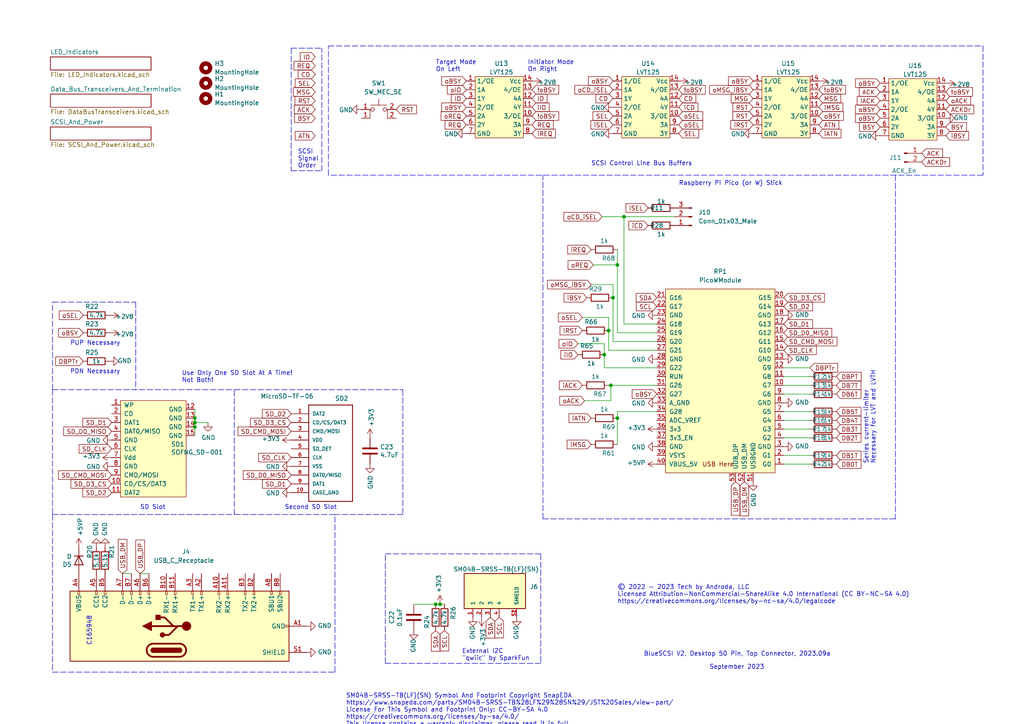
<source format=kicad_sch>
(kicad_sch (version 20211123) (generator eeschema)
  (paper "A4")
  (lib_symbols
    (symbol "Connector:Conn_01x02_Male" (pin_names (offset 1.016) hide)
      (property "Reference" "J" (at 0 2.54 0))
      (property "Value" "Conn_01x02_Male" (at 0 -5.08 0))
      (symbol "Conn_01x02_Male_1_1"
        (pin passive line (at 5.08 0 180) (length 3.81) (name "Pin_1") (number "1"))
        (pin passive line (at 5.08 -2.54 180) (length 3.81) (name "Pin_2") (number "2"))
      )
    )
    (symbol "Connector:Conn_01x03_Male" (pin_names (offset 1.016) hide)
      (property "Reference" "J" (at 0 5.08 0))
      (property "Value" "Conn_01x03_Male" (at 0 -5.08 0))
      (symbol "Conn_01x03_Male_1_1"
        (pin passive line (at 5.08 2.54 180) (length 3.81) (name "Pin_1") (number "1"))
        (pin passive line (at 5.08 0 180) (length 3.81) (name "Pin_2") (number "2"))
        (pin passive line (at 5.08 -2.54 180) (length 3.81) (name "Pin_3") (number "3"))
      )
    )
    (symbol "Connector:USB_C_Receptacle" (pin_names (offset 1.016))
      (property "Reference" "J" (at -10.16 29.21 0))
      (property "Value" "USB_C_Receptacle" (at 10.16 29.21 0))
      (symbol "USB_C_Receptacle_1_1"
        (pin passive line (at 0 -40.64 90) (length 5.08) (name "GND") (number "A1"))
        (pin bidirectional line (at 15.24 -15.24 180) (length 5.08) (name "RX2-") (number "A10"))
        (pin bidirectional line (at 15.24 -17.78 180) (length 5.08) (name "RX2+") (number "A11"))
        (pin passive line (at 0 -40.64 90) (length 5.08) hide (name "GND") (number "A12"))
        (pin bidirectional line (at 15.24 -10.16 180) (length 5.08) (name "TX1+") (number "A2"))
        (pin bidirectional line (at 15.24 -7.62 180) (length 5.08) (name "TX1-") (number "A3"))
        (pin passive line (at 15.24 25.4 180) (length 5.08) (name "VBUS") (number "A4"))
        (pin bidirectional line (at 15.24 20.32 180) (length 5.08) (name "CC1") (number "A5"))
        (pin bidirectional line (at 15.24 7.62 180) (length 5.08) (name "D+") (number "A6"))
        (pin bidirectional line (at 15.24 12.7 180) (length 5.08) (name "D-") (number "A7"))
        (pin bidirectional line (at 15.24 -30.48 180) (length 5.08) (name "SBU1") (number "A8"))
        (pin passive line (at 15.24 25.4 180) (length 5.08) hide (name "VBUS") (number "A9"))
        (pin passive line (at 0 -40.64 90) (length 5.08) hide (name "GND") (number "B1"))
        (pin bidirectional line (at 15.24 0 180) (length 5.08) (name "RX1-") (number "B10"))
        (pin bidirectional line (at 15.24 -2.54 180) (length 5.08) (name "RX1+") (number "B11"))
        (pin passive line (at 0 -40.64 90) (length 5.08) hide (name "GND") (number "B12"))
        (pin bidirectional line (at 15.24 -25.4 180) (length 5.08) (name "TX2+") (number "B2"))
        (pin bidirectional line (at 15.24 -22.86 180) (length 5.08) (name "TX2-") (number "B3"))
        (pin passive line (at 15.24 25.4 180) (length 5.08) hide (name "VBUS") (number "B4"))
        (pin bidirectional line (at 15.24 17.78 180) (length 5.08) (name "CC2") (number "B5"))
        (pin bidirectional line (at 15.24 5.08 180) (length 5.08) (name "D+") (number "B6"))
        (pin bidirectional line (at 15.24 10.16 180) (length 5.08) (name "D-") (number "B7"))
        (pin bidirectional line (at 15.24 -33.02 180) (length 5.08) (name "SBU2") (number "B8"))
        (pin passive line (at 15.24 25.4 180) (length 5.08) hide (name "VBUS") (number "B9"))
        (pin passive line (at -7.62 -40.64 90) (length 5.08) (name "SHIELD") (number "S1"))
      )
    )
    (symbol "Device:C" (pin_numbers hide) (pin_names (offset 0.254))
      (property "Reference" "C" (at 0.635 2.54 0))
      (property "Value" "C" (at 0.635 -2.54 0))
      (symbol "C_1_1"
        (pin passive line (at 0 3.81 270) (length 2.794) (name "~") (number "1"))
        (pin passive line (at 0 -3.81 90) (length 2.794) (name "~") (number "2"))
      )
    )
    (symbol "Device:D" (pin_numbers hide) (pin_names (offset 1.016) hide)
      (property "Reference" "D" (at 0 2.54 0))
      (property "Value" "D" (at 0 -2.54 0))
      (symbol "D_1_1"
        (pin passive line (at -3.81 0 0) (length 2.54) (name "K") (number "1"))
        (pin passive line (at 3.81 0 180) (length 2.54) (name "A") (number "2"))
      )
    )
    (symbol "Device:R" (pin_numbers hide) (pin_names (offset 0))
      (property "Reference" "R" (at 2.032 0 90))
      (property "Value" "R" (at 0 0 90))
      (symbol "R_1_1"
        (pin passive line (at 0 3.81 270) (length 1.27) (name "~") (number "1"))
        (pin passive line (at 0 -3.81 90) (length 1.27) (name "~") (number "2"))
      )
    )
    (symbol "Mechanical:MountingHole" (pin_names (offset 1.016))
      (property "Reference" "H" (at 0 5.08 0))
      (property "Value" "MountingHole" (at 0 3.175 0))
    )
    (symbol "New_Library:LVT125"
      (property "Reference" "U" (at 0 0 0))
      (property "Value" "LVT125" (at 0 2.54 0))
      (symbol "LVT125_1_1"
        (pin input line (at -10.16 -2.54 0) (length 2.54) (name "1/OE") (number "1"))
        (pin bidirectional line (at 8.89 -12.7 180) (length 2.54) (name "3/OE") (number "10"))
        (pin bidirectional line (at 8.89 -10.16 180) (length 2.54) (name "4Y") (number "11"))
        (pin bidirectional line (at 8.89 -7.62 180) (length 2.54) (name "4A") (number "12"))
        (pin bidirectional line (at 8.89 -5.08 180) (length 2.54) (name "4/OE") (number "13"))
        (pin bidirectional line (at 8.89 -2.54 180) (length 2.54) (name "Vcc") (number "14"))
        (pin bidirectional line (at -10.16 -5.08 0) (length 2.54) (name "1A") (number "2"))
        (pin bidirectional line (at -10.16 -7.62 0) (length 2.54) (name "1Y") (number "3"))
        (pin bidirectional line (at -10.16 -10.16 0) (length 2.54) (name "2/OE") (number "4"))
        (pin bidirectional line (at -10.16 -12.7 0) (length 2.54) (name "2A") (number "5"))
        (pin bidirectional line (at -10.16 -15.24 0) (length 2.54) (name "2Y") (number "6"))
        (pin bidirectional line (at -10.16 -17.78 0) (length 2.54) (name "GND") (number "7"))
        (pin bidirectional line (at 8.89 -17.78 180) (length 2.54) (name "3Y") (number "8"))
        (pin bidirectional line (at 8.89 -15.24 180) (length 2.54) (name "3A") (number "9"))
      )
    )
    (symbol "New_Library:MicroSD-TF-06" (pin_names (offset 1.016))
      (property "Reference" "SD1" (at 8.89 8.89 0))
      (property "Value" "MicroSD-TF-06" (at 3.81 5.08 0))
      (symbol "MicroSD-TF-06_0_0"
        (pin bidirectional line (at 0 0 0) (length 5.08) (name "DAT2") (number "1"))
        (pin bidirectional line (at 0 -22.86 0) (length 5.08) (name "CASE_GND") (number "10"))
        (pin bidirectional line (at 0 -2.54 0) (length 5.08) (name "CD/CS/DAT3") (number "2"))
        (pin bidirectional line (at 0 -5.08 0) (length 5.08) (name "CMD/MOSI") (number "3"))
        (pin bidirectional line (at 0 -7.62 0) (length 5.08) (name "VDD") (number "4"))
        (pin bidirectional line (at 0 -10.16 0) (length 5.08) (name "SD_DET") (number "5"))
        (pin bidirectional line (at 0 -12.7 0) (length 5.08) (name "CLK") (number "6"))
        (pin bidirectional line (at 0 -15.24 0) (length 5.08) (name "VSS") (number "7"))
        (pin bidirectional line (at 0 -17.78 0) (length 5.08) (name "DAT0/MISO") (number "8"))
        (pin bidirectional line (at 0 -20.32 0) (length 5.08) (name "DAT1") (number "9"))
      )
    )
    (symbol "New_Library:PicoWModule" (pin_names (offset 1.016))
      (property "Reference" "RP1" (at 0 -10.16 0))
      (property "Value" "PicoWModule" (at 0 -12.7 0))
      (symbol "PicoWModule_0_0"
        (text "USB Here" (at 1.27 -3.81 0) (effects (font (size 1.27 1.27))))
      )
      (symbol "PicoWModule_1_1"
        (pin bidirectional line (at -17.78 -3.81 0) (length 2.54) (name "G0") (number "1"))
        (pin bidirectional line (at -17.78 -26.67 0) (length 2.54) (name "G7") (number "10"))
        (pin bidirectional line (at -17.78 -29.21 0) (length 2.54) (name "G8") (number "11"))
        (pin bidirectional line (at -17.78 -31.75 0) (length 2.54) (name "G9") (number "12"))
        (pin bidirectional line (at -17.78 -34.29 0) (length 2.54) (name "GND") (number "13"))
        (pin bidirectional line (at -17.78 -36.83 0) (length 2.54) (name "G10") (number "14"))
        (pin bidirectional line (at -17.78 -39.37 0) (length 2.54) (name "G11") (number "15"))
        (pin bidirectional line (at -17.78 -41.91 0) (length 2.54) (name "G12") (number "16"))
        (pin bidirectional line (at -17.78 -44.45 0) (length 2.54) (name "G13") (number "17"))
        (pin power_in line (at -17.78 -46.99 0) (length 2.54) (name "GND") (number "18"))
        (pin power_in line (at -17.78 -49.53 0) (length 2.54) (name "G14") (number "19"))
        (pin bidirectional line (at -17.78 -6.35 0) (length 2.54) (name "G1") (number "2"))
        (pin power_in line (at -17.78 -52.07 0) (length 2.54) (name "G15") (number "20"))
        (pin power_in line (at 19.05 -52.07 180) (length 2.54) (name "G16") (number "21"))
        (pin bidirectional line (at 19.05 -49.53 180) (length 2.54) (name "G17") (number "22"))
        (pin bidirectional line (at 19.05 -46.99 180) (length 2.54) (name "GND") (number "23"))
        (pin bidirectional line (at 19.05 -44.45 180) (length 2.54) (name "G18") (number "24"))
        (pin input line (at 19.05 -41.91 180) (length 2.54) (name "G19") (number "25"))
        (pin bidirectional line (at 19.05 -39.37 180) (length 2.54) (name "G20") (number "26"))
        (pin bidirectional line (at 19.05 -36.83 180) (length 2.54) (name "G21") (number "27"))
        (pin bidirectional line (at 19.05 -34.29 180) (length 2.54) (name "GND") (number "28"))
        (pin bidirectional line (at 19.05 -31.75 180) (length 2.54) (name "G22") (number "29"))
        (pin bidirectional line (at -17.78 -8.89 0) (length 2.54) (name "GND") (number "3"))
        (pin bidirectional line (at 19.05 -29.21 180) (length 2.54) (name "RUN") (number "30"))
        (pin bidirectional line (at 19.05 -26.67 180) (length 2.54) (name "G26") (number "31"))
        (pin bidirectional line (at 19.05 -24.13 180) (length 2.54) (name "G27") (number "32"))
        (pin bidirectional line (at 19.05 -21.59 180) (length 2.54) (name "A_GND") (number "33"))
        (pin bidirectional line (at 19.05 -19.05 180) (length 2.54) (name "G28") (number "34"))
        (pin bidirectional line (at 19.05 -16.51 180) (length 2.54) (name "ADC_VREF") (number "35"))
        (pin bidirectional line (at 19.05 -13.97 180) (length 2.54) (name "3v3") (number "36"))
        (pin bidirectional line (at 19.05 -11.43 180) (length 2.54) (name "3v3_EN") (number "37"))
        (pin power_in line (at 19.05 -8.89 180) (length 2.54) (name "GND") (number "38"))
        (pin power_in line (at 19.05 -6.35 180) (length 2.54) (name "VSYS") (number "39"))
        (pin bidirectional line (at -17.78 -11.43 0) (length 2.54) (name "G2") (number "4"))
        (pin power_in line (at 19.05 -3.81 180) (length 2.54) (name "VBUS_5V") (number "40"))
        (pin bidirectional line (at -17.78 -13.97 0) (length 2.54) (name "G3") (number "5"))
        (pin input line (at -8.89 1.27 270) (length 2.54) (name "USBGND") (number "51"))
        (pin input line (at -6.35 1.27 270) (length 2.54) (name "USB_DM") (number "52"))
        (pin input line (at -3.81 1.27 270) (length 2.54) (name "UDB_DP") (number "53"))
        (pin bidirectional line (at -17.78 -16.51 0) (length 2.54) (name "G4") (number "6"))
        (pin bidirectional line (at -17.78 -19.05 0) (length 2.54) (name "G5") (number "7"))
        (pin bidirectional line (at -17.78 -21.59 0) (length 2.54) (name "GND") (number "8"))
        (pin bidirectional line (at -17.78 -24.13 0) (length 2.54) (name "G6") (number "9"))
      )
    )
    (symbol "New_Library:SM04B-SRSS-TB(LF)(SN)" (pin_names (offset 1.016))
      (property "Reference" "J" (at -5.0831 8.1433 0))
      (property "Value" "SM04B-SRSS-TB(LF)(SN)" (at 7.62 -15.24 90))
      (symbol "SM04B-SRSS-TB(LF)(SN)_0_0"
        (pin passive line (at -7.62 5.08 0) (length 2.54) (name "1") (number "1"))
        (pin passive line (at -7.62 2.54 0) (length 2.54) (name "2") (number "2"))
        (pin passive line (at -7.62 0 0) (length 2.54) (name "3") (number "3"))
        (pin passive line (at -7.62 -2.54 0) (length 2.54) (name "4") (number "4"))
        (pin passive line (at -7.62 -7.62 0) (length 2.54) (name "SHIELD") (number "S1"))
        (pin passive line (at -7.62 -7.62 0) (length 2.54) (name "SHIELD") (number "S2"))
      )
    )
    (symbol "Switch:SW_MEC_5E" (pin_names (offset 1.016) hide)
      (property "Reference" "SW1" (at 0 10.16 0))
      (property "Value" "SW_MEC_5E" (at 0 7.62 0))
      (symbol "SW_MEC_5E_0_1"
        (pin passive line (at -5.08 2.54 0) (length 2.54) (name "1") (number "1"))
        (pin passive line (at -5.08 0 0) (length 2.54) (name "2") (number "1"))
        (pin passive line (at 5.08 2.54 180) (length 2.54) (name "A") (number "2"))
        (pin passive line (at 5.08 0 180) (length 2.54) (name "K") (number "2"))
      )
    )
    (symbol "custom_symbols:SOFNG_SD-001" (pin_names (offset 1.016))
      (property "Reference" "SD" (at 0 0 0))
      (property "Value" "custom_symbols_SOFNG_SD-001" (at 0 2.54 0))
      (symbol "SOFNG_SD-001_1_1"
        (pin input line (at -6.35 -3.81 0) (length 2.54) (name "WP") (number "1"))
        (pin input line (at -6.35 -26.67 0) (length 2.54) (name "CD/CS/DAT3") (number "10"))
        (pin input line (at -6.35 -29.21 0) (length 2.54) (name "DAT2") (number "11"))
        (pin power_in line (at 17.78 -5.08 180) (length 2.54) (name "GND") (number "12"))
        (pin power_in line (at 17.78 -7.62 180) (length 2.54) (name "GND") (number "13"))
        (pin power_in line (at 17.78 -10.16 180) (length 2.54) (name "GND") (number "14"))
        (pin power_in line (at 17.78 -12.7 180) (length 2.54) (name "GND") (number "15"))
        (pin input line (at -6.35 -6.35 0) (length 2.54) (name "CD") (number "2"))
        (pin input line (at -6.35 -8.89 0) (length 2.54) (name "DAT1") (number "3"))
        (pin input line (at -6.35 -11.43 0) (length 2.54) (name "DAT0/MISO") (number "4"))
        (pin power_in line (at -6.35 -13.97 0) (length 2.54) (name "GND") (number "5"))
        (pin input line (at -6.35 -16.51 0) (length 2.54) (name "CLK") (number "6"))
        (pin power_in line (at -6.35 -19.05 0) (length 2.54) (name "Vdd") (number "7"))
        (pin power_in line (at -6.35 -21.59 0) (length 2.54) (name "GND") (number "8"))
        (pin input line (at -6.35 -24.13 0) (length 2.54) (name "CMD/MOSI") (number "9"))
      )
    )
    (symbol "power:+2V8" (power) (pin_names (offset 0))
      (property "Value" "+2V8" (at 0 3.556 0))
      (symbol "+2V8_1_1"
        (pin power_in line (at 0 0 90) (length 0) hide (name "+2V8") (number "1"))
      )
    )
    (symbol "power:+3V3" (power) (pin_names (offset 0))
      (property "Value" "+3V3" (at 0 3.556 0))
      (symbol "+3V3_1_1"
        (pin power_in line (at 0 0 90) (length 0) hide (name "+3V3") (number "1"))
      )
    )
    (symbol "power:+5VP" (power) (pin_names (offset 0))
      (property "Value" "+5VP" (at 0 3.556 0))
      (symbol "+5VP_1_1"
        (pin power_in line (at 0 0 90) (length 0) hide (name "+5VP") (number "1"))
      )
    )
    (symbol "power:GND" (power) (pin_names (offset 0))
      (property "Value" "GND" (at 0 -3.81 0))
      (symbol "GND_1_1"
        (pin power_in line (at 0 0 270) (length 0) hide (name "GND") (number "1"))
      )
    )
  )
  (junction (at 179.07 121.285))
  (junction (at 177.165 111.76))
  (junction (at 56.515 123.825))
  (junction (at 56.515 122.555))
  (junction (at 126.365 175.26))
  (junction (at 180.975 62.865))
  (junction (at 176.53 95.885))
  (junction (at 177.8 86.36))
  (junction (at 179.07 76.835))
  (junction (at 127.635 175.26))
  (junction (at 56.515 121.285))
  (junction (at 175.26 102.87))
  (polyline (pts (xy 84.455 49.53) (xy 93.345 49.53)))
  (wire (pts (xy 175.26 99.695) (xy 175.26 102.87)))
  (wire (pts (xy 175.26 106.68) (xy 190.5 106.68)))
  (wire (pts (xy 169.545 116.205) (xy 177.165 116.205)))
  (polyline (pts (xy 259.715 150.495) (xy 157.48 150.495)))
  (wire (pts (xy 176.53 101.6) (xy 176.53 95.885)))
  (wire (pts (xy 190.5 96.52) (xy 179.07 96.52)))
  (polyline (pts (xy 156.845 192.405) (xy 111.76 192.405)))
  (polyline (pts (xy 116.84 149.225) (xy 97.155 149.225)))
  (polyline (pts (xy 111.76 160.655) (xy 156.845 160.655)))
  (wire (pts (xy 56.515 123.825) (xy 56.515 126.365)))
  (wire (pts (xy 227.33 121.92) (xy 234.95 121.92)))
  (wire (pts (xy 179.07 76.835) (xy 179.07 96.52)))
  (wire (pts (xy 168.91 92.075) (xy 176.53 92.075)))
  (wire (pts (xy 227.33 132.08) (xy 234.95 132.08)))
  (wire (pts (xy 190.5 93.98) (xy 180.975 93.98)))
  (wire (pts (xy 227.33 114.3) (xy 234.95 114.3)))
  (wire (pts (xy 177.165 111.76) (xy 190.5 111.76)))
  (wire (pts (xy 180.975 62.865) (xy 180.975 93.98)))
  (wire (pts (xy 40.64 166.37) (xy 43.18 166.37)))
  (wire (pts (xy 172.085 76.835) (xy 179.07 76.835)))
  (wire (pts (xy 190.5 99.06) (xy 177.8 99.06)))
  (wire (pts (xy 175.26 106.68) (xy 175.26 102.87)))
  (wire (pts (xy 227.33 124.46) (xy 234.95 124.46)))
  (wire (pts (xy 190.5 101.6) (xy 176.53 101.6)))
  (wire (pts (xy 176.53 111.76) (xy 177.165 111.76)))
  (polyline (pts (xy 67.945 113.03) (xy 116.84 113.03)))
  (polyline (pts (xy 97.155 149.225) (xy 67.945 149.225)))
  (wire (pts (xy 174.625 62.865) (xy 180.975 62.865)))
  (polyline (pts (xy 15.24 113.03) (xy 15.24 149.225)))
  (polyline (pts (xy 15.24 113.03) (xy 15.24 87.63)))
  (wire (pts (xy 127.635 175.26) (xy 128.905 175.26)))
  (wire (pts (xy 177.165 116.205) (xy 177.165 111.76)))
  (wire (pts (xy 176.53 92.075) (xy 176.53 95.885)))
  (wire (pts (xy 56.515 122.555) (xy 56.515 123.825)))
  (polyline (pts (xy 15.24 87.63) (xy 39.37 87.63)))
  (wire (pts (xy 179.07 119.38) (xy 190.5 119.38)))
  (wire (pts (xy 177.8 82.55) (xy 177.8 86.36)))
  (wire (pts (xy 56.515 118.745) (xy 56.515 121.285)))
  (polyline (pts (xy 15.24 194.945) (xy 97.155 194.945)))
  (wire (pts (xy 177.8 99.06) (xy 177.8 86.36)))
  (polyline (pts (xy 39.37 87.63) (xy 39.37 113.03)))
  (wire (pts (xy 179.07 72.39) (xy 179.07 76.835)))
  (wire (pts (xy 179.07 119.38) (xy 179.07 121.285)))
  (polyline (pts (xy 116.84 113.03) (xy 116.84 149.225)))
  (wire (pts (xy 120.015 175.26) (xy 126.365 175.26)))
  (wire (pts (xy 227.33 119.38) (xy 234.95 119.38)))
  (wire (pts (xy 60.325 122.555) (xy 56.515 122.555)))
  (wire (pts (xy 167.64 99.695) (xy 175.26 99.695)))
  (polyline (pts (xy 111.76 192.405) (xy 111.76 160.655)))
  (polyline (pts (xy 285.115 50.8) (xy 95.25 50.8)))
  (polyline (pts (xy 15.24 149.225) (xy 15.24 194.945)))
  (wire (pts (xy 171.45 82.55) (xy 177.8 82.55)))
  (polyline (pts (xy 93.345 49.53) (xy 93.345 13.97)))
  (wire (pts (xy 227.33 127) (xy 234.95 127)))
  (polyline (pts (xy 84.455 13.97) (xy 84.455 49.53)))
  (polyline (pts (xy 97.155 194.945) (xy 97.155 149.225)))
  (polyline (pts (xy 15.24 113.03) (xy 67.945 113.03)))
  (polyline (pts (xy 95.25 13.335) (xy 285.115 13.335)))
  (wire (pts (xy 126.365 175.26) (xy 127.635 175.26)))
  (wire (pts (xy 227.33 106.68) (xy 234.95 106.68)))
  (wire (pts (xy 227.33 111.76) (xy 234.95 111.76)))
  (wire (pts (xy 56.515 121.285) (xy 56.515 122.555)))
  (wire (pts (xy 227.33 134.62) (xy 234.95 134.62)))
  (polyline (pts (xy 67.945 149.225) (xy 67.945 113.03)))
  (wire (pts (xy 179.07 121.285) (xy 179.07 128.905)))
  (wire (pts (xy 227.33 109.22) (xy 234.95 109.22)))
  (polyline (pts (xy 84.455 13.97) (xy 93.345 13.97)))
  (polyline (pts (xy 95.25 50.8) (xy 95.25 13.335)))
  (polyline (pts (xy 156.845 160.655) (xy 156.845 192.405)))
  (polyline (pts (xy 157.48 150.495) (xy 157.48 50.8)))
  (wire (pts (xy 180.975 62.865) (xy 195.58 62.865)))
  (wire (pts (xy 35.56 166.37) (xy 38.1 166.37)))
  (polyline (pts (xy 15.24 149.225) (xy 67.945 149.225)))
  (polyline (pts (xy 285.115 13.335) (xy 285.115 50.8)))
  (polyline (pts (xy 259.715 50.8) (xy 259.715 150.495)))
  (text "Use Only One SD Slot At A Time!\nNot Both!" (at 52.705 111.125 0) (effects (font (size 1.27 1.27)) (justify left bottom)))
  (text "Series current-limiter\nNecessary for LVT and LVTH" (at 254 134.62 90) (effects (font (size 1.27 1.27)) (justify left bottom)))
  (text "Second SD Slot" (at 82.55 147.955 0) (effects (font (size 1.27 1.27)) (justify left bottom)))
  (text "C165948" (at 26.67 187.325 90) (effects (font (size 1.27 1.27)) (justify left bottom)))
  (text "© 2022 - 2023 Tech by Androda, LLC\nLicensed Attribution-NonCommercial-ShareAlike 4.0 International (CC BY-NC-SA 4.0)\nhttps://creativecommons.org/licenses/by-nc-sa/4.0/legalcode" (at 179.07 175.26 0) (effects (font (size 1.27 1.27)) (justify left bottom)))
  (text "September 2023" (at 205.74 194.31 0) (effects (font (size 1.27 1.27)) (justify left bottom)))
  (text "Target Mode\nOn Left" (at 126.365 20.955 0) (effects (font (size 1.27 1.27)) (justify left bottom)))
  (text "SCSI Control Line Bus Buffers" (at 171.45 48.26 0) (effects (font (size 1.27 1.27)) (justify left bottom)))
  (text "Initiator Mode\nOn Right" (at 153.035 20.955 0) (effects (font (size 1.27 1.27)) (justify left bottom)))
  (text "SM04B-SRSS-TB(LF)(SN) Symbol And Footprint Copyright SnapEDA\nhttps://www.snapeda.com/parts/SM04B-SRSS-TB%28LF%29%28SN%29/JST%20Sales/view-part/\nLicense For This Symbol and Footprint Only: CC-BY-SA 4.0\nhttps://creativecommons.org/licenses/by-sa/4.0/\nThis license contains a warranty disclaimer, please read it in full" (at 100.33 210.82 0) (effects (font (size 1.27 1.27)) (justify left bottom)))
  (text "BlueSCSI V2, Desktop 50 Pin, Top Connector, 2023.09a" (at 186.69 190.5 0) (effects (font (size 1.27 1.27)) (justify left bottom)))
  (text "External I2C\n\"qwiic\" by SparkFun" (at 133.985 191.77 0) (effects (font (size 1.27 1.27)) (justify left bottom)))
  (text "SCSI\nSignal\nOrder" (at 86.36 48.895 0) (effects (font (size 1.27 1.27)) (justify left bottom)))
  (text "SD Slot" (at 40.64 147.955 0) (effects (font (size 1.27 1.27)) (justify left bottom)))
  (text "PUP Necessary" (at 20.32 100.33 0) (effects (font (size 1.27 1.27)) (justify left bottom)))
  (text "PDN Necessary" (at 20.32 108.585 0) (effects (font (size 1.27 1.27)) (justify left bottom)))
  (text "Raspberry Pi Pico (or W) Stick" (at 196.85 53.975 0) (effects (font (size 1.27 1.27)) (justify left bottom)))
  (global_label "oSEL" (shape input) (at 24.13 91.44 180) (property "Intersheet References" "${INTERSHEET_REFS}" (effects hide)))
  (global_label "MSG" (shape input) (at 237.49 28.575 0) (property "Intersheet References" "${INTERSHEET_REFS}" (effects hide)))
  (global_label "iATN" (shape input) (at 237.49 38.735 0) (property "Intersheet References" "${INTERSHEET_REFS}" (effects hide)))
  (global_label "SCL" (shape input) (at 190.5 88.9 180) (property "Intersheet References" "${INTERSHEET_REFS}" (effects hide)))
  (global_label "CD" (shape input) (at 177.8 28.575 180) (property "Intersheet References" "${INTERSHEET_REFS}" (effects hide)))
  (global_label "iMSG" (shape input) (at 171.45 128.905 180) (property "Intersheet References" "${INTERSHEET_REFS}" (effects hide)))
  (global_label "SD_CMD_MOSI" (shape input) (at 84.455 125.095 180) (property "Intersheet References" "${INTERSHEET_REFS}" (effects hide)))
  (global_label "oSEL" (shape input) (at 196.85 33.655 0) (property "Intersheet References" "${INTERSHEET_REFS}" (effects hide)))
  (global_label "IO" (shape input) (at 154.305 28.575 0) (property "Intersheet References" "${INTERSHEET_REFS}" (effects hide)))
  (global_label "DB1T" (shape input) (at 242.57 132.08 0) (property "Intersheet References" "${INTERSHEET_REFS}" (effects hide)))
  (global_label "oSEL" (shape input) (at 168.91 92.075 180) (property "Intersheet References" "${INTERSHEET_REFS}" (effects hide)))
  (global_label "DBPTr" (shape input) (at 24.13 104.775 180) (property "Intersheet References" "${INTERSHEET_REFS}" (effects hide)))
  (global_label "SD_D1" (shape input) (at 32.385 122.555 180) (property "Intersheet References" "${INTERSHEET_REFS}" (effects hide)))
  (global_label "MSG" (shape input) (at 91.44 26.67 180) (property "Intersheet References" "${INTERSHEET_REFS}" (effects hide)))
  (global_label "IO" (shape input) (at 91.44 16.51 180) (property "Intersheet References" "${INTERSHEET_REFS}" (effects hide)))
  (global_label "BSY" (shape input) (at 255.27 36.83 180) (property "Intersheet References" "${INTERSHEET_REFS}" (effects hide)))
  (global_label "oIO" (shape input) (at 135.255 26.035 180) (property "Intersheet References" "${INTERSHEET_REFS}" (effects hide)))
  (global_label "REQ" (shape input) (at 91.44 19.05 180) (property "Intersheet References" "${INTERSHEET_REFS}" (effects hide)))
  (global_label "oBSY" (shape input) (at 255.27 24.13 180) (property "Intersheet References" "${INTERSHEET_REFS}" (effects hide)))
  (global_label "iSEL" (shape input) (at 187.96 60.325 180) (property "Intersheet References" "${INTERSHEET_REFS}" (effects hide)))
  (global_label "ACKDr" (shape input) (at 267.335 46.99 0) (property "Intersheet References" "${INTERSHEET_REFS}" (effects hide)))
  (global_label "oBSY" (shape input) (at 177.8 23.495 180) (property "Intersheet References" "${INTERSHEET_REFS}" (effects hide)))
  (global_label "!oBSY" (shape input) (at 154.305 26.035 0) (property "Intersheet References" "${INTERSHEET_REFS}" (effects hide)))
  (global_label "oACK" (shape input) (at 274.32 29.21 0) (property "Intersheet References" "${INTERSHEET_REFS}" (effects hide)))
  (global_label "oMSG_iBSY" (shape input) (at 218.44 26.035 180) (property "Intersheet References" "${INTERSHEET_REFS}" (effects hide)))
  (global_label "iMSG" (shape input) (at 237.49 31.115 0) (property "Intersheet References" "${INTERSHEET_REFS}" (effects hide)))
  (global_label "REQ" (shape input) (at 154.305 36.195 0) (property "Intersheet References" "${INTERSHEET_REFS}" (effects hide)))
  (global_label "oBSY" (shape input) (at 255.27 31.75 180) (property "Intersheet References" "${INTERSHEET_REFS}" (effects hide)))
  (global_label "ATN" (shape input) (at 237.49 36.195 0) (property "Intersheet References" "${INTERSHEET_REFS}" (effects hide)))
  (global_label "DB7T" (shape input) (at 242.57 111.76 0) (property "Intersheet References" "${INTERSHEET_REFS}" (effects hide)))
  (global_label "SD_CMD_MOSI" (shape input) (at 32.385 137.795 180) (property "Intersheet References" "${INTERSHEET_REFS}" (effects hide)))
  (global_label "RST" (shape input) (at 218.44 31.115 180) (property "Intersheet References" "${INTERSHEET_REFS}" (effects hide)))
  (global_label "IO" (shape input) (at 135.255 28.575 180) (property "Intersheet References" "${INTERSHEET_REFS}" (effects hide)))
  (global_label "SD_D0_MISO" (shape input) (at 227.33 96.52 0) (property "Intersheet References" "${INTERSHEET_REFS}" (effects hide)))
  (global_label "BSY" (shape input) (at 274.32 36.83 0) (property "Intersheet References" "${INTERSHEET_REFS}" (effects hide)))
  (global_label "iREQ" (shape input) (at 171.45 72.39 180) (property "Intersheet References" "${INTERSHEET_REFS}" (effects hide)))
  (global_label "oBSY" (shape input) (at 237.49 33.655 0) (property "Intersheet References" "${INTERSHEET_REFS}" (effects hide)))
  (global_label "SD_D1" (shape input) (at 84.455 140.335 180) (property "Intersheet References" "${INTERSHEET_REFS}" (effects hide)))
  (global_label "SDA" (shape input) (at 126.365 182.88 270) (property "Intersheet References" "${INTERSHEET_REFS}" (effects hide)))
  (global_label "ATN" (shape input) (at 91.44 39.37 180) (property "Intersheet References" "${INTERSHEET_REFS}" (effects hide)))
  (global_label "SD_D3_CS" (shape input) (at 227.33 86.36 0) (property "Intersheet References" "${INTERSHEET_REFS}" (effects hide)))
  (global_label "oBSY" (shape input) (at 255.27 34.29 180) (property "Intersheet References" "${INTERSHEET_REFS}" (effects hide)))
  (global_label "oBSY" (shape input) (at 135.255 31.115 180) (property "Intersheet References" "${INTERSHEET_REFS}" (effects hide)))
  (global_label "iCD" (shape input) (at 187.96 65.405 180) (property "Intersheet References" "${INTERSHEET_REFS}" (effects hide)))
  (global_label "SD_D0_MISO" (shape input) (at 32.385 125.095 180) (property "Intersheet References" "${INTERSHEET_REFS}" (effects hide)))
  (global_label "oMSG_iBSY" (shape input) (at 171.45 82.55 180) (property "Intersheet References" "${INTERSHEET_REFS}" (effects hide)))
  (global_label "oBSY" (shape input) (at 218.44 23.495 180) (property "Intersheet References" "${INTERSHEET_REFS}" (effects hide)))
  (global_label "BSY" (shape input) (at 91.44 34.29 180) (property "Intersheet References" "${INTERSHEET_REFS}" (effects hide)))
  (global_label "iIO" (shape input) (at 154.305 31.115 0) (property "Intersheet References" "${INTERSHEET_REFS}" (effects hide)))
  (global_label "iREQ" (shape input) (at 154.305 38.735 0) (property "Intersheet References" "${INTERSHEET_REFS}" (effects hide)))
  (global_label "SCL" (shape input) (at 144.78 179.07 270) (property "Intersheet References" "${INTERSHEET_REFS}" (effects hide)))
  (global_label "iRST" (shape input) (at 168.91 95.885 180) (property "Intersheet References" "${INTERSHEET_REFS}" (effects hide)))
  (global_label "iSEL" (shape input) (at 177.8 36.195 180) (property "Intersheet References" "${INTERSHEET_REFS}" (effects hide)))
  (global_label "DBPTr" (shape input) (at 234.95 106.68 0) (property "Intersheet References" "${INTERSHEET_REFS}" (effects hide)))
  (global_label "SD_D3_CS" (shape input) (at 84.455 122.555 180) (property "Intersheet References" "${INTERSHEET_REFS}" (effects hide)))
  (global_label "ACK" (shape input) (at 267.335 44.45 0) (property "Intersheet References" "${INTERSHEET_REFS}" (effects hide)))
  (global_label "oREQ" (shape input) (at 135.255 33.655 180) (property "Intersheet References" "${INTERSHEET_REFS}" (effects hide)))
  (global_label "ACK" (shape input) (at 91.44 31.75 180) (property "Intersheet References" "${INTERSHEET_REFS}" (effects hide)))
  (global_label "SD_CMD_MOSI" (shape input) (at 227.33 99.06 0) (property "Intersheet References" "${INTERSHEET_REFS}" (effects hide)))
  (global_label "RST" (shape input) (at 218.44 33.655 180) (property "Intersheet References" "${INTERSHEET_REFS}" (effects hide)))
  (global_label "SEL" (shape input) (at 196.85 38.735 0) (property "Intersheet References" "${INTERSHEET_REFS}" (effects hide)))
  (global_label "ACKDr" (shape input) (at 274.32 31.75 0) (property "Intersheet References" "${INTERSHEET_REFS}" (effects hide)))
  (global_label "DB6T" (shape input) (at 242.57 114.3 0) (property "Intersheet References" "${INTERSHEET_REFS}" (effects hide)))
  (global_label "oCD_iSEL" (shape input) (at 177.8 26.035 180) (property "Intersheet References" "${INTERSHEET_REFS}" (effects hide)))
  (global_label "RST" (shape input) (at 91.44 29.21 180) (property "Intersheet References" "${INTERSHEET_REFS}" (effects hide)))
  (global_label "SD_D2" (shape input) (at 32.385 142.875 180) (property "Intersheet References" "${INTERSHEET_REFS}" (effects hide)))
  (global_label "iATN" (shape input) (at 171.45 121.285 180) (property "Intersheet References" "${INTERSHEET_REFS}" (effects hide)))
  (global_label "CD" (shape input) (at 91.44 21.59 180) (property "Intersheet References" "${INTERSHEET_REFS}" (effects hide)))
  (global_label "SD_D1" (shape input) (at 227.33 93.98 0) (property "Intersheet References" "${INTERSHEET_REFS}" (effects hide)))
  (global_label "SEL" (shape input) (at 91.44 24.13 180) (property "Intersheet References" "${INTERSHEET_REFS}" (effects hide)))
  (global_label "USB_DM" (shape input) (at 35.56 166.37 90) (property "Intersheet References" "${INTERSHEET_REFS}" (effects hide)))
  (global_label "!oBSY" (shape input) (at 196.85 26.035 0) (property "Intersheet References" "${INTERSHEET_REFS}" (effects hide)))
  (global_label "REQ" (shape input) (at 135.255 36.195 180) (property "Intersheet References" "${INTERSHEET_REFS}" (effects hide)))
  (global_label "SEL" (shape input) (at 177.8 33.655 180) (property "Intersheet References" "${INTERSHEET_REFS}" (effects hide)))
  (global_label "iIO" (shape input) (at 167.64 102.87 180) (property "Intersheet References" "${INTERSHEET_REFS}" (effects hide)))
  (global_label "RST" (shape input) (at 114.935 31.75 0) (property "Intersheet References" "${INTERSHEET_REFS}" (effects hide)))
  (global_label "DB5T" (shape input) (at 242.57 119.38 0) (property "Intersheet References" "${INTERSHEET_REFS}" (effects hide)))
  (global_label "!oBSY" (shape input) (at 237.49 26.035 0) (property "Intersheet References" "${INTERSHEET_REFS}" (effects hide)))
  (global_label "!oBSY" (shape input) (at 154.305 33.655 0) (property "Intersheet References" "${INTERSHEET_REFS}" (effects hide)))
  (global_label "SD_D2" (shape input) (at 84.455 120.015 180) (property "Intersheet References" "${INTERSHEET_REFS}" (effects hide)))
  (global_label "SD_D2" (shape input) (at 227.33 88.9 0) (property "Intersheet References" "${INTERSHEET_REFS}" (effects hide)))
  (global_label "SD_CLK" (shape input) (at 227.33 101.6 0) (property "Intersheet References" "${INTERSHEET_REFS}" (effects hide)))
  (global_label "SD_CLK" (shape input) (at 84.455 132.715 180) (property "Intersheet References" "${INTERSHEET_REFS}" (effects hide)))
  (global_label "USB_DP" (shape input) (at 213.36 139.7 270) (property "Intersheet References" "${INTERSHEET_REFS}" (effects hide)))
  (global_label "DB2T" (shape input) (at 242.57 127 0) (property "Intersheet References" "${INTERSHEET_REFS}" (effects hide)))
  (global_label "oCD_iSEL" (shape input) (at 174.625 62.865 180) (property "Intersheet References" "${INTERSHEET_REFS}" (effects hide)))
  (global_label "iRST" (shape input) (at 218.44 36.195 180) (property "Intersheet References" "${INTERSHEET_REFS}" (effects hide)))
  (global_label "oIO" (shape input) (at 167.64 99.695 180) (property "Intersheet References" "${INTERSHEET_REFS}" (effects hide)))
  (global_label "oBSY" (shape input) (at 135.255 23.495 180) (property "Intersheet References" "${INTERSHEET_REFS}" (effects hide)))
  (global_label "iACK" (shape input) (at 255.27 29.21 180) (property "Intersheet References" "${INTERSHEET_REFS}" (effects hide)))
  (global_label "iBSY" (shape input) (at 274.32 39.37 0) (property "Intersheet References" "${INTERSHEET_REFS}" (effects hide)))
  (global_label "oBSY" (shape input) (at 190.5 114.3 180) (property "Intersheet References" "${INTERSHEET_REFS}" (effects hide)))
  (global_label "SD_CLK" (shape input) (at 32.385 130.175 180) (property "Intersheet References" "${INTERSHEET_REFS}" (effects hide)))
  (global_label "SCL" (shape input) (at 128.905 182.88 270) (property "Intersheet References" "${INTERSHEET_REFS}" (effects hide)))
  (global_label "SDA" (shape input) (at 142.24 179.07 270) (property "Intersheet References" "${INTERSHEET_REFS}" (effects hide)))
  (global_label "DB3T" (shape input) (at 242.57 124.46 0) (property "Intersheet References" "${INTERSHEET_REFS}" (effects hide)))
  (global_label "oBSY" (shape input) (at 24.13 96.52 180) (property "Intersheet References" "${INTERSHEET_REFS}" (effects hide)))
  (global_label "oSEL" (shape input) (at 196.85 36.195 0) (property "Intersheet References" "${INTERSHEET_REFS}" (effects hide)))
  (global_label "DBPT" (shape input) (at 242.57 109.22 0) (property "Intersheet References" "${INTERSHEET_REFS}" (effects hide)))
  (global_label "SD_D3_CS" (shape input) (at 32.385 140.335 180) (property "Intersheet References" "${INTERSHEET_REFS}" (effects hide)))
  (global_label "SDA" (shape input) (at 190.5 86.36 180) (property "Intersheet References" "${INTERSHEET_REFS}" (effects hide)))
  (global_label "iCD" (shape input) (at 196.85 31.115 0) (property "Intersheet References" "${INTERSHEET_REFS}" (effects hide)))
  (global_label "USB_DM" (shape input) (at 215.9 139.7 270) (property "Intersheet References" "${INTERSHEET_REFS}" (effects hide)))
  (global_label "DB4T" (shape input) (at 242.57 121.92 0) (property "Intersheet References" "${INTERSHEET_REFS}" (effects hide)))
  (global_label "iBSY" (shape input) (at 170.18 86.36 180) (property "Intersheet References" "${INTERSHEET_REFS}" (effects hide)))
  (global_label "CD" (shape input) (at 196.85 28.575 0) (property "Intersheet References" "${INTERSHEET_REFS}" (effects hide)))
  (global_label "SD_D0_MISO" (shape input) (at 84.455 137.795 180) (property "Intersheet References" "${INTERSHEET_REFS}" (effects hide)))
  (global_label "USB_DP" (shape input) (at 40.64 166.37 90) (property "Intersheet References" "${INTERSHEET_REFS}" (effects hide)))
  (global_label "MSG" (shape input) (at 218.44 28.575 180) (property "Intersheet References" "${INTERSHEET_REFS}" (effects hide)))
  (global_label "oACK" (shape input) (at 169.545 116.205 180) (property "Intersheet References" "${INTERSHEET_REFS}" (effects hide)))
  (global_label "oREQ" (shape input) (at 172.085 76.835 180) (property "Intersheet References" "${INTERSHEET_REFS}" (effects hide)))
  (global_label "iACK" (shape input) (at 168.91 111.76 180) (property "Intersheet References" "${INTERSHEET_REFS}" (effects hide)))
  (global_label "!oBSY" (shape input) (at 274.32 26.67 0) (property "Intersheet References" "${INTERSHEET_REFS}" (effects hide)))
  (global_label "DB0T" (shape input) (at 242.57 134.62 0) (property "Intersheet References" "${INTERSHEET_REFS}" (effects hide)))
  (global_label "ACK" (shape input) (at 255.27 26.67 180) (property "Intersheet References" "${INTERSHEET_REFS}" (effects hide)))
  (symbol (lib_id "power:+3V3") (at 190.5 124.46 90) (unit 1)
    (property "Reference" "#PWR047" (effects hide))
    (property "Value" "+3V3" (at 187.2488 124.079 90) (effects (justify left)))
  )
  (symbol (lib_id "power:+5VP") (at 190.5 134.62 90) (unit 1)
    (property "Reference" "#PWR036" (effects hide))
    (property "Value" "+5VP" (at 187.2488 134.239 90) (effects (justify left)))
  )
  (symbol (lib_id "power:GND") (at 190.5 116.84 270) (unit 1)
    (property "Reference" "#PWR037" (effects hide))
    (property "Value" "GND" (at 187.2488 116.967 90) (effects (justify right)))
  )
  (symbol (lib_id "power:GND") (at 218.44 38.735 270) (unit 1)
    (property "Reference" "#PWR032" (effects hide))
    (property "Value" "GND" (at 214.0458 38.862 90))
  )
  (symbol (lib_id "power:GND") (at 107.315 134.62 0) (unit 1)
    (property "Reference" "#PWR082" (effects hide))
    (property "Value" "GND" (at 107.442 137.8712 90) (effects (justify right)))
  )
  (symbol (lib_id "Device:R") (at 175.26 121.285 270) (unit 1)
    (property "Reference" "R69" (at 176.53 123.825 90))
    (property "Value" "1k" (at 175.26 118.745 90))
    (property "Footprint" "Resistor_SMD:R_0402_1005Metric" (effects hide))
  )
  (symbol (lib_id "Device:R") (at 175.26 128.905 270) (unit 1)
    (property "Reference" "R61" (at 176.53 131.445 90))
    (property "Value" "1k" (at 175.26 126.365 90))
    (property "Footprint" "Resistor_SMD:R_0402_1005Metric" (effects hide))
  )
  (symbol (lib_id "power:GND") (at 190.5 91.44 270) (unit 1)
    (property "Reference" "#PWR061" (effects hide))
    (property "Value" "GND" (at 187.2488 91.567 90) (effects (justify right)))
  )
  (symbol (lib_id "New_Library:LVT125") (at 228.6 20.955 0) (unit 1)
    (property "Reference" "U15" (at 228.6 18.415 0))
    (property "Value" "LVT125" (at 228.6 20.955 0))
    (property "Footprint" "Package_SO:TSSOP-14_4.4x5mm_P0.65mm" (effects hide))
  )
  (symbol (lib_id "power:GND") (at 60.325 122.555 0) (unit 1)
    (property "Reference" "#PWR051" (effects hide))
    (property "Value" "GND" (at 60.452 126.9492 0))
  )
  (symbol (lib_id "power:+2V8") (at 237.49 23.495 270) (unit 1)
    (property "Reference" "#PWR079" (effects hide))
    (property "Value" "+2V8" (at 241.8842 23.876 90))
  )
  (symbol (lib_id "power:GND") (at 227.33 91.44 90) (unit 1)
    (property "Reference" "#PWR064" (effects hide))
    (property "Value" "GND" (at 230.5812 91.313 90) (effects (justify right)))
  )
  (symbol (lib_id "Device:R") (at 30.48 162.56 0) (unit 1)
    (property "Reference" "R21" (at 32.385 160.02 90))
    (property "Value" "5.1k" (at 30.48 162.56 90))
    (property "Footprint" "Resistor_SMD:R_0402_1005Metric" (effects hide))
  )
  (symbol (lib_id "Device:R") (at 238.76 114.3 90) (unit 1)
    (property "Reference" "R14" (at 237.49 114.3 90))
    (property "Value" "1k" (at 240.03 114.3 90))
    (property "Footprint" "Resistor_SMD:R_0402_1005Metric_Pad0.72x0.64mm_HandSolder" (effects hide))
  )
  (symbol (lib_id "Device:R") (at 173.99 86.36 90) (unit 1)
    (property "Reference" "R29" (at 172.72 83.82 90))
    (property "Value" "1k" (at 173.99 88.9 90))
    (property "Footprint" "Resistor_SMD:R_0402_1005Metric" (effects hide))
  )
  (symbol (lib_id "New_Library:PicoWModule") (at 209.55 138.43 180) (unit 1)
    (property "Reference" "RP1" (at 208.915 78.74 0))
    (property "Value" "PicoWModule" (at 208.915 81.28 0))
    (property "Footprint" "Library:Raspberry_Pi_PicoW_SMT_THT" (effects hide))
  )
  (symbol (lib_id "Mechanical:MountingHole") (at 59.69 24.13 0) (unit 1)
    (property "Reference" "H2" (at 62.23 22.8599 0) (effects (justify left)))
    (property "Value" "MountingHole" (at 62.23 25.3999 0) (effects (justify left)))
    (property "Footprint" "MountingHole:MountingHole_3.2mm_M3" (effects hide))
  )
  (symbol (lib_id "power:GND") (at 177.8 38.735 270) (unit 1)
    (property "Reference" "#PWR030" (effects hide))
    (property "Value" "GND" (at 173.4058 38.862 90))
  )
  (symbol (lib_id "power:GND") (at 190.5 129.54 270) (unit 1)
    (property "Reference" "#PWR063" (effects hide))
    (property "Value" "GND" (at 187.2488 129.667 90) (effects (justify right)))
  )
  (symbol (lib_id "Connector:Conn_01x03_Male") (at 200.66 62.865 180) (unit 1)
    (property "Reference" "J10" (at 202.565 61.5949 0) (effects (justify right)))
    (property "Value" "Conn_01x03_Male" (at 202.565 64.1349 0) (effects (justify right)))
    (property "Footprint" "Connector_PinHeader_2.54mm:PinHeader_1x03_P2.54mm_Vertical" (effects hide))
  )
  (symbol (lib_id "power:GND") (at 137.16 179.07 0) (mirror y) (unit 1)
    (property "Reference" "#PWR0107" (effects hide))
    (property "Value" "GND" (at 137.033 183.4642 90))
  )
  (symbol (lib_id "Device:C") (at 120.015 179.07 180) (unit 1)
    (property "Reference" "C22" (at 113.6142 179.07 90))
    (property "Value" "0.1uF" (at 115.9256 179.07 90))
    (property "Footprint" "Capacitor_SMD:C_0805_2012Metric_Pad1.18x1.45mm_HandSolder" (effects hide))
  )
  (symbol (lib_id "Device:R") (at 172.72 111.76 270) (unit 1)
    (property "Reference" "R67" (at 173.99 114.3 90))
    (property "Value" "1k" (at 172.72 109.22 90))
    (property "Footprint" "Resistor_SMD:R_0402_1005Metric" (effects hide))
  )
  (symbol (lib_id "power:GND") (at 255.27 39.37 270) (unit 1)
    (property "Reference" "#PWR040" (effects hide))
    (property "Value" "GND" (at 250.8758 39.497 90))
  )
  (symbol (lib_id "power:GND") (at 84.455 135.255 270) (unit 1)
    (property "Reference" "#PWR074" (effects hide))
    (property "Value" "GND" (at 81.2038 135.382 90) (effects (justify right)))
  )
  (symbol (lib_id "Device:R") (at 172.72 95.885 90) (unit 1)
    (property "Reference" "R66" (at 171.45 93.345 90))
    (property "Value" "1k" (at 172.72 98.425 90))
    (property "Footprint" "Resistor_SMD:R_0402_1005Metric" (effects hide))
  )
  (symbol (lib_id "power:GND") (at 177.8 31.115 270) (unit 1)
    (property "Reference" "#PWR029" (effects hide))
    (property "Value" "GND" (at 173.4058 31.242 90))
  )
  (symbol (lib_id "Device:R") (at 238.76 111.76 90) (unit 1)
    (property "Reference" "R13" (at 237.49 111.76 90))
    (property "Value" "1k" (at 240.03 111.76 90))
    (property "Footprint" "Resistor_SMD:R_0402_1005Metric_Pad0.72x0.64mm_HandSolder" (effects hide))
  )
  (symbol (lib_id "Device:R") (at 238.76 134.62 90) (unit 1)
    (property "Reference" "R42" (at 237.49 134.62 90))
    (property "Value" "1k" (at 240.03 134.62 90))
    (property "Footprint" "Resistor_SMD:R_0402_1005Metric_Pad0.72x0.64mm_HandSolder" (effects hide))
  )
  (symbol (lib_id "Device:R") (at 27.94 104.775 90) (unit 1)
    (property "Reference" "R25" (at 26.67 102.235 90))
    (property "Value" "1k" (at 27.94 104.775 90))
    (property "Footprint" "Resistor_SMD:R_0402_1005Metric" (effects hide))
  )
  (symbol (lib_id "custom_symbols:SOFNG_SD-001") (at 38.735 113.665 0) (unit 1)
    (property "Reference" "SD1" (at 49.6062 128.8796 0) (effects (justify left)))
    (property "Value" "SOFNG_SD-001" (at 49.6062 131.191 0) (effects (justify left)))
    (property "Footprint" "CustomFootprints:SOFNG_SD-001" (effects hide))
  )
  (symbol (lib_id "power:+2V8") (at 154.305 23.495 270) (unit 1)
    (property "Reference" "#PWR042" (effects hide))
    (property "Value" "+2V8" (at 158.6992 23.876 90))
  )
  (symbol (lib_id "Device:D") (at 22.86 162.56 270) (unit 1)
    (property "Reference" "D5" (at 20.828 163.7284 90) (effects (justify right)))
    (property "Value" "D" (at 20.828 161.417 90) (effects (justify right)))
    (property "Footprint" "Diode_SMD:D_SMA" (effects hide))
  )
  (symbol (lib_id "Device:R") (at 238.76 132.08 90) (unit 1)
    (property "Reference" "R19" (at 237.49 132.08 90))
    (property "Value" "1k" (at 240.03 132.08 90))
    (property "Footprint" "Resistor_SMD:R_0402_1005Metric_Pad0.72x0.64mm_HandSolder" (effects hide))
  )
  (symbol (lib_id "power:GND") (at 31.75 104.775 90) (unit 1)
    (property "Reference" "#PWR0106" (effects hide))
    (property "Value" "GND" (at 36.1442 104.648 90))
  )
  (symbol (lib_id "Mechanical:MountingHole") (at 59.69 19.685 0) (unit 1)
    (property "Reference" "H3" (at 62.23 18.4149 0) (effects (justify left)))
    (property "Value" "MountingHole" (at 62.23 20.9549 0) (effects (justify left)))
    (property "Footprint" "MountingHole:MountingHole_3.2mm_M3" (effects hide))
  )
  (symbol (lib_id "New_Library:LVT125") (at 187.96 20.955 0) (unit 1)
    (property "Reference" "U14" (at 187.96 18.415 0))
    (property "Value" "LVT125" (at 187.96 20.955 0))
    (property "Footprint" "Package_SO:TSSOP-14_4.4x5mm_P0.65mm" (effects hide))
  )
  (symbol (lib_id "power:+2V8") (at 31.75 96.52 270) (unit 1)
    (property "Reference" "#PWR0103" (effects hide))
    (property "Value" "+2V8" (at 36.1442 96.901 90))
  )
  (symbol (lib_id "power:GND") (at 227.33 116.84 90) (unit 1)
    (property "Reference" "#PWR066" (effects hide))
    (property "Value" "GND" (at 230.5812 116.713 90) (effects (justify right)))
  )
  (symbol (lib_id "power:GND") (at 135.255 38.735 270) (unit 1)
    (property "Reference" "#PWR023" (effects hide))
    (property "Value" "GND" (at 130.8608 38.862 90))
  )
  (symbol (lib_id "Connector:USB_C_Receptacle") (at 48.26 181.61 90) (unit 1)
    (property "Reference" "J4" (at 53.975 160.02 90))
    (property "Value" "USB_C_Receptacle" (at 53.34 162.56 90))
    (property "Footprint" "Connector_USB:USB_C_Receptacle_HRO_TYPE-C-31-M-12" (effects hide))
    (property "Datasheet" "https://www.usb.org/sites/default/files/documents/usb_type-c.zip" (effects hide))
  )
  (symbol (lib_id "Device:R") (at 238.76 121.92 90) (unit 1)
    (property "Reference" "R16" (at 237.49 121.92 90))
    (property "Value" "1k" (at 240.03 121.92 90))
    (property "Footprint" "Resistor_SMD:R_0402_1005Metric_Pad0.72x0.64mm_HandSolder" (effects hide))
  )
  (symbol (lib_id "Device:R") (at 27.94 91.44 90) (unit 1)
    (property "Reference" "R22" (at 26.67 88.9 90))
    (property "Value" "4.7k" (at 27.94 91.44 90))
    (property "Footprint" "Resistor_SMD:R_0603_1608Metric" (effects hide))
  )
  (symbol (lib_id "power:GND") (at 30.48 158.75 180) (unit 1)
    (property "Reference" "#PWR049" (effects hide))
    (property "Value" "GND" (at 30.353 155.4988 90) (effects (justify right)))
  )
  (symbol (lib_id "Device:R") (at 238.76 127 90) (unit 1)
    (property "Reference" "R18" (at 237.49 127 90))
    (property "Value" "1k" (at 240.03 127 90))
    (property "Footprint" "Resistor_SMD:R_0402_1005Metric_Pad0.72x0.64mm_HandSolder" (effects hide))
  )
  (symbol (lib_id "Connector:Conn_01x02_Male") (at 262.255 44.45 0) (unit 1)
    (property "Reference" "J11" (at 259.715 45.72 0))
    (property "Value" "ACK_En" (at 262.255 49.53 0))
    (property "Footprint" "Connector_PinHeader_2.54mm:PinHeader_1x02_P2.54mm_Vertical" (effects hide))
  )
  (symbol (lib_id "power:GND") (at 120.015 182.88 0) (mirror y) (unit 1)
    (property "Reference" "#PWR076" (effects hide))
    (property "Value" "GND" (at 119.888 187.2742 90))
  )
  (symbol (lib_id "Device:R") (at 171.45 102.87 90) (unit 1)
    (property "Reference" "R65" (at 170.18 100.33 90))
    (property "Value" "1k" (at 171.45 105.41 90))
    (property "Footprint" "Resistor_SMD:R_0402_1005Metric" (effects hide))
  )
  (symbol (lib_id "New_Library:LVT125") (at 145.415 20.955 0) (unit 1)
    (property "Reference" "U13" (at 145.415 18.415 0))
    (property "Value" "LVT125" (at 145.415 20.955 0))
    (property "Footprint" "Package_SO:TSSOP-14_4.4x5mm_P0.65mm" (effects hide))
  )
  (symbol (lib_id "Device:R") (at 238.76 124.46 90) (unit 1)
    (property "Reference" "R17" (at 237.49 124.46 90))
    (property "Value" "1k" (at 240.03 124.46 90))
    (property "Footprint" "Resistor_SMD:R_0402_1005Metric_Pad0.72x0.64mm_HandSolder" (effects hide))
  )
  (symbol (lib_id "Device:R") (at 27.94 96.52 90) (unit 1)
    (property "Reference" "R23" (at 26.67 93.98 90))
    (property "Value" "4.7k" (at 27.94 96.52 90))
    (property "Footprint" "Resistor_SMD:R_0603_1608Metric" (effects hide))
  )
  (symbol (lib_id "New_Library:LVT125") (at 265.43 21.59 0) (unit 1)
    (property "Reference" "U16" (at 265.43 19.05 0))
    (property "Value" "LVT125" (at 265.43 21.59 0))
    (property "Footprint" "Package_SO:TSSOP-14_4.4x5mm_P0.65mm" (effects hide))
  )
  (symbol (lib_id "power:GND") (at 104.775 31.75 270) (unit 1)
    (property "Reference" "#PWR0108" (effects hide))
    (property "Value" "GND" (at 100.3808 31.877 90))
  )
  (symbol (lib_id "power:GND") (at 274.32 34.29 90) (unit 1)
    (property "Reference" "#PWR081" (effects hide))
    (property "Value" "GND" (at 278.7142 34.163 90))
  )
  (symbol (lib_id "Device:R") (at 238.76 119.38 90) (unit 1)
    (property "Reference" "R15" (at 237.49 119.38 90))
    (property "Value" "1k" (at 240.03 119.38 90))
    (property "Footprint" "Resistor_SMD:R_0402_1005Metric_Pad0.72x0.64mm_HandSolder" (effects hide))
  )
  (symbol (lib_id "Mechanical:MountingHole") (at 59.69 28.575 0) (unit 1)
    (property "Reference" "H1" (at 62.23 27.3049 0) (effects (justify left)))
    (property "Value" "MountingHole" (at 62.23 29.8449 0) (effects (justify left)))
    (property "Footprint" "MountingHole:MountingHole_3.2mm_M3" (effects hide))
  )
  (symbol (lib_id "power:GND") (at 227.33 129.54 90) (unit 1)
    (property "Reference" "#PWR067" (effects hide))
    (property "Value" "GND" (at 230.5812 129.413 90) (effects (justify right)))
  )
  (symbol (lib_id "power:+3V3") (at 84.455 127.635 90) (unit 1)
    (property "Reference" "#PWR073" (effects hide))
    (property "Value" "+3V3" (at 81.2038 127.254 90) (effects (justify left)))
  )
  (symbol (lib_id "Device:R") (at 27.94 162.56 0) (unit 1)
    (property "Reference" "R20" (at 26.035 160.02 90))
    (property "Value" "5.1k" (at 27.94 162.56 90))
    (property "Footprint" "Resistor_SMD:R_0402_1005Metric" (effects hide))
  )
  (symbol (lib_id "power:+5VP") (at 22.86 158.75 0) (unit 1)
    (property "Reference" "#PWR01" (effects hide))
    (property "Value" "+5VP" (at 23.241 155.4988 90) (effects (justify left)))
  )
  (symbol (lib_id "Switch:SW_MEC_5E") (at 109.855 34.29 0) (unit 1)
    (property "Reference" "SW1" (at 109.855 24.13 0))
    (property "Value" "SW_MEC_5E" (at 111.125 26.67 0))
    (property "Footprint" "Library:TS-1187A-B-A-B" (effects hide))
    (property "Datasheet" "http://www.apem.com/int/index.php?controller=attachment&id_attachment=1371" (effects hide))
  )
  (symbol (lib_id "power:GND") (at 218.44 139.7 0) (unit 1)
    (property "Reference" "#PWR052" (effects hide))
    (property "Value" "GND" (at 218.567 142.9512 90) (effects (justify right)))
  )
  (symbol (lib_id "power:GND") (at 190.5 104.14 270) (unit 1)
    (property "Reference" "#PWR062" (effects hide))
    (property "Value" "GND" (at 187.2488 104.267 90) (effects (justify right)))
  )
  (symbol (lib_id "New_Library:MicroSD-TF-06") (at 84.455 120.015 0) (unit 1)
    (property "Reference" "SD2" (at 97.155 115.57 0) (effects (justify left)))
    (property "Value" "MicroSD-TF-06" (at 75.565 114.935 0) (effects (justify left)))
    (property "Footprint" "Library:TF-06_MicroSD" (effects hide))
    (property "MANUFACTURER_PART_NUMBER" "C693844" (effects hide))
  )
  (symbol (lib_id "power:+2V8") (at 196.85 23.495 270) (unit 1)
    (property "Reference" "#PWR078" (effects hide))
    (property "Value" "+2V8" (at 201.2442 23.876 90))
  )
  (symbol (lib_id "power:+3V3") (at 139.7 179.07 0) (mirror x) (unit 1)
    (property "Reference" "#PWR0105" (effects hide))
    (property "Value" "+3V3" (at 140.081 182.3212 90) (effects (justify left)))
  )
  (symbol (lib_id "New_Library:SM04B-SRSS-TB(LF)(SN)") (at 142.24 171.45 90) (unit 1)
    (property "Reference" "J6" (at 153.67 170.1799 90) (effects (justify right)))
    (property "Value" "SM04B-SRSS-TB(LF)(SN)" (at 131.445 165.1 90) (effects (justify right)))
    (property "Footprint" "Library:JST_SM04B-SRSS-TB(LF)(SN)" (effects hide))
    (property "STANDARD" "Manufacturer recommendations" (effects hide))
    (property "MP" "SM04B-SRSS-TB(LF)(SN)" (effects hide))
  )
  (symbol (lib_id "Device:C") (at 107.315 130.81 0) (unit 1)
    (property "Reference" "C23" (at 110.236 129.6416 0) (effects (justify left)))
    (property "Value" "4.7uF" (at 110.236 131.953 0) (effects (justify left)))
    (property "Footprint" "Capacitor_SMD:C_0805_2012Metric_Pad1.18x1.45mm_HandSolder" (effects hide))
  )
  (symbol (lib_id "Device:R") (at 126.365 179.07 180) (unit 1)
    (property "Reference" "R24" (at 123.825 180.34 90))
    (property "Value" "4.7k" (at 126.365 179.07 90))
    (property "Footprint" "Resistor_SMD:R_0603_1608Metric" (effects hide))
  )
  (symbol (lib_id "power:GND") (at 88.9 189.23 90) (unit 1)
    (property "Reference" "#PWR060" (effects hide))
    (property "Value" "GND" (at 92.1512 189.103 90) (effects (justify right)))
  )
  (symbol (lib_id "power:GND") (at 88.9 181.61 90) (unit 1)
    (property "Reference" "#PWR057" (effects hide))
    (property "Value" "GND" (at 92.1512 181.483 90) (effects (justify right)))
  )
  (symbol (lib_id "power:+3V3") (at 32.385 132.715 90) (unit 1)
    (property "Reference" "#PWR044" (effects hide))
    (property "Value" "+3V3" (at 29.1338 132.334 90) (effects (justify left)))
  )
  (symbol (lib_id "power:GND") (at 32.385 127.635 270) (unit 1)
    (property "Reference" "#PWR043" (effects hide))
    (property "Value" "GND" (at 29.1338 127.762 90) (effects (justify right)))
  )
  (symbol (lib_id "power:GND") (at 27.94 158.75 180) (unit 1)
    (property "Reference" "#PWR046" (effects hide))
    (property "Value" "GND" (at 27.813 155.4988 90) (effects (justify right)))
  )
  (symbol (lib_id "Device:R") (at 191.77 65.405 90) (unit 1)
    (property "Reference" "R28" (at 190.5 65.405 90))
    (property "Value" "1k" (at 191.77 67.945 90))
    (property "Footprint" "Resistor_SMD:R_0402_1005Metric" (effects hide))
  )
  (symbol (lib_id "Device:R") (at 191.77 60.325 90) (unit 1)
    (property "Reference" "R11" (at 190.5 60.325 90))
    (property "Value" "1k" (at 191.77 58.42 90))
    (property "Footprint" "Resistor_SMD:R_0402_1005Metric" (effects hide))
  )
  (symbol (lib_id "power:+3V3") (at 127.635 175.26 0) (mirror y) (unit 1)
    (property "Reference" "#PWR072" (effects hide))
    (property "Value" "+3V3" (at 127.254 172.0088 90) (effects (justify left)))
  )
  (symbol (lib_id "power:+2V8") (at 31.75 91.44 270) (unit 1)
    (property "Reference" "#PWR0104" (effects hide))
    (property "Value" "+2V8" (at 36.1442 91.821 90))
  )
  (symbol (lib_id "power:+3V3") (at 107.315 127 0) (unit 1)
    (property "Reference" "#PWR077" (effects hide))
    (property "Value" "+3V3" (at 107.696 123.7488 90) (effects (justify left)))
  )
  (symbol (lib_id "Device:R") (at 175.26 72.39 270) (unit 1)
    (property "Reference" "R68" (at 176.53 74.93 90))
    (property "Value" "1k" (at 175.26 69.85 90))
    (property "Footprint" "Resistor_SMD:R_0402_1005Metric" (effects hide))
  )
  (symbol (lib_id "power:GND") (at 32.385 135.255 270) (unit 1)
    (property "Reference" "#PWR045" (effects hide))
    (property "Value" "GND" (at 29.1338 135.382 90) (effects (justify right)))
  )
  (symbol (lib_id "Device:R") (at 128.905 179.07 0) (unit 1)
    (property "Reference" "R26" (at 131.445 177.8 90))
    (property "Value" "4.7k" (at 128.905 179.07 90))
    (property "Footprint" "Resistor_SMD:R_0603_1608Metric" (effects hide))
  )
  (symbol (lib_id "power:+2V8") (at 274.32 24.13 270) (unit 1)
    (property "Reference" "#PWR080" (effects hide))
    (property "Value" "+2V8" (at 278.7142 24.511 90))
  )
  (symbol (lib_id "power:GND") (at 84.455 142.875 270) (unit 1)
    (property "Reference" "#PWR075" (effects hide))
    (property "Value" "GND" (at 81.2038 143.002 90) (effects (justify right)))
  )
  (symbol (lib_id "Device:R") (at 238.76 109.22 90) (unit 1)
    (property "Reference" "R12" (at 237.49 109.22 90))
    (property "Value" "1k" (at 240.03 109.22 90))
    (property "Footprint" "Resistor_SMD:R_0402_1005Metric_Pad0.72x0.64mm_HandSolder" (effects hide))
  )
  (symbol (lib_id "power:GND") (at 227.33 104.14 90) (unit 1)
    (property "Reference" "#PWR065" (effects hide))
    (property "Value" "GND" (at 230.5812 104.013 90) (effects (justify right)))
  )
  (symbol (lib_id "power:GND") (at 149.86 179.07 0) (mirror y) (unit 1)
    (property "Reference" "#PWR0111" (effects hide))
    (property "Value" "GND" (at 149.733 183.4642 90))
  )
  (sheet (at 14.605 27.305) (size 29.21 3.81) (stroke (width 0.1524))
    (property "Sheet name" "Data_Bus_Transceivers_And_Termination" (at 14.605 26.5934 0) (effects (justify left bottom)))
    (property "Sheet file" "DataBusTransceivers.kicad_sch" (at 14.605 31.6996 0) (effects (justify left top)))
  )
  (sheet (at 14.605 16.51) (size 29.21 3.81) (stroke (width 0.1524))
    (property "Sheet name" "LED_Indicators" (at 14.605 15.7984 0) (effects (justify left bottom)))
    (property "Sheet file" "LED_Indicators.kicad_sch" (at 14.605 20.9046 0) (effects (justify left top)))
  )
  (sheet (at 14.605 36.83) (size 29.21 3.81) (stroke (width 0.1524))
    (property "Sheet name" "SCSI_And_Power" (at 14.605 36.1184 0) (effects (justify left bottom)))
    (property "Sheet file" "SCSI_And_Power.kicad_sch" (at 14.605 41.2246 0) (effects (justify left top)))
  )
)
</source>
